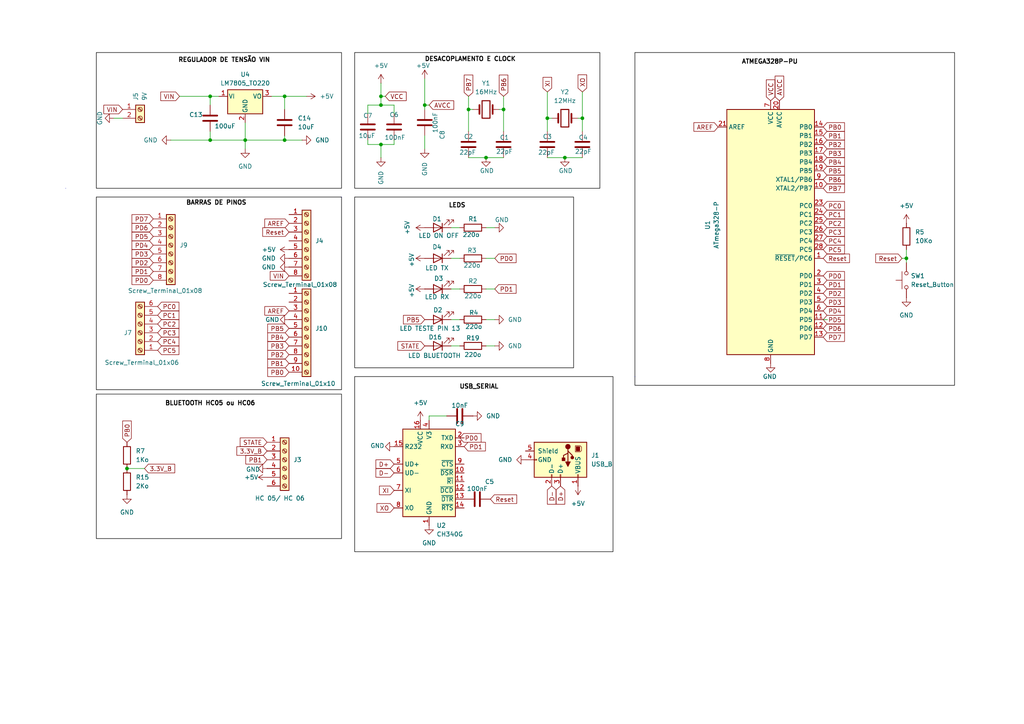
<source format=kicad_sch>
(kicad_sch (version 20250114) (generator "eeschema") (generator_version "9.0")
  (paper "A4")
  (lib_symbols
    (symbol "Connector:Screw_Terminal_01x02" (pin_names (offset 1.016) (hide yes))
      (property "Reference" "J" (at 0 2.54 0))
      (property "Value" "Screw_Terminal_01x02" (at 0 -5.08 0))
      (symbol "Screw_Terminal_01x02_1_1"
        (rectangle (start -1.27 1.27) (end 1.27 -3.81) (stroke (width 0.254)) (fill (type background)))
        (polyline (pts (xy -0.5334 0.3302) (xy 0.3302 -0.508)) (stroke (width 0.1524)))
        (polyline (pts (xy -0.5334 -2.2098) (xy 0.3302 -3.048)) (stroke (width 0.1524)))
        (polyline (pts (xy -0.3556 0.508) (xy 0.508 -0.3302)) (stroke (width 0.1524)))
        (polyline (pts (xy -0.3556 -2.032) (xy 0.508 -2.8702)) (stroke (width 0.1524)))
        (circle (center 0 0) (radius 0.635) (stroke (width 0.1524)))
        (circle (center 0 -2.54) (radius 0.635) (stroke (width 0.1524)))
        (pin passive line (at -5.08 0 0) (length 3.81) (name "Pin_1") (number "1"))
        (pin passive line (at -5.08 -2.54 0) (length 3.81) (name "Pin_2") (number "2"))
      )
    )
    (symbol "Connector:Screw_Terminal_01x06" (pin_names (offset 1.016) (hide yes))
      (property "Reference" "J" (at 0 7.62 0))
      (property "Value" "Screw_Terminal_01x06" (at 0 -10.16 0))
      (symbol "Screw_Terminal_01x06_1_1"
        (rectangle (start -1.27 6.35) (end 1.27 -8.89) (stroke (width 0.254)) (fill (type background)))
        (polyline (pts (xy -0.5334 5.4102) (xy 0.3302 4.572)) (stroke (width 0.1524)))
        (polyline (pts (xy -0.5334 2.8702) (xy 0.3302 2.032)) (stroke (width 0.1524)))
        (polyline (pts (xy -0.5334 0.3302) (xy 0.3302 -0.508)) (stroke (width 0.1524)))
        (polyline (pts (xy -0.5334 -2.2098) (xy 0.3302 -3.048)) (stroke (width 0.1524)))
        (polyline (pts (xy -0.5334 -4.7498) (xy 0.3302 -5.588)) (stroke (width 0.1524)))
        (polyline (pts (xy -0.5334 -7.2898) (xy 0.3302 -8.128)) (stroke (width 0.1524)))
        (polyline (pts (xy -0.3556 5.588) (xy 0.508 4.7498)) (stroke (width 0.1524)))
        (polyline (pts (xy -0.3556 3.048) (xy 0.508 2.2098)) (stroke (width 0.1524)))
        (polyline (pts (xy -0.3556 0.508) (xy 0.508 -0.3302)) (stroke (width 0.1524)))
        (polyline (pts (xy -0.3556 -2.032) (xy 0.508 -2.8702)) (stroke (width 0.1524)))
        (polyline (pts (xy -0.3556 -4.572) (xy 0.508 -5.4102)) (stroke (width 0.1524)))
        (polyline (pts (xy -0.3556 -7.112) (xy 0.508 -7.9502)) (stroke (width 0.1524)))
        (circle (center 0 5.08) (radius 0.635) (stroke (width 0.1524)))
        (circle (center 0 2.54) (radius 0.635) (stroke (width 0.1524)))
        (circle (center 0 0) (radius 0.635) (stroke (width 0.1524)))
        (circle (center 0 -2.54) (radius 0.635) (stroke (width 0.1524)))
        (circle (center 0 -5.08) (radius 0.635) (stroke (width 0.1524)))
        (circle (center 0 -7.62) (radius 0.635) (stroke (width 0.1524)))
        (pin passive line (at -5.08 5.08 0) (length 3.81) (name "Pin_1") (number "1"))
        (pin passive line (at -5.08 2.54 0) (length 3.81) (name "Pin_2") (number "2"))
        (pin passive line (at -5.08 0 0) (length 3.81) (name "Pin_3") (number "3"))
        (pin passive line (at -5.08 -2.54 0) (length 3.81) (name "Pin_4") (number "4"))
        (pin passive line (at -5.08 -5.08 0) (length 3.81) (name "Pin_5") (number "5"))
        (pin passive line (at -5.08 -7.62 0) (length 3.81) (name "Pin_6") (number "6"))
      )
    )
    (symbol "Connector:Screw_Terminal_01x08" (pin_names (offset 1.016) (hide yes))
      (property "Reference" "J" (at 0 10.16 0))
      (property "Value" "Screw_Terminal_01x08" (at 0 -12.7 0))
      (symbol "Screw_Terminal_01x08_1_1"
        (rectangle (start -1.27 8.89) (end 1.27 -11.43) (stroke (width 0.254)) (fill (type background)))
        (polyline (pts (xy -0.5334 7.9502) (xy 0.3302 7.112)) (stroke (width 0.1524)))
        (polyline (pts (xy -0.5334 5.4102) (xy 0.3302 4.572)) (stroke (width 0.1524)))
        (polyline (pts (xy -0.5334 2.8702) (xy 0.3302 2.032)) (stroke (width 0.1524)))
        (polyline (pts (xy -0.5334 0.3302) (xy 0.3302 -0.508)) (stroke (width 0.1524)))
        (polyline (pts (xy -0.5334 -2.2098) (xy 0.3302 -3.048)) (stroke (width 0.1524)))
        (polyline (pts (xy -0.5334 -4.7498) (xy 0.3302 -5.588)) (stroke (width 0.1524)))
        (polyline (pts (xy -0.5334 -7.2898) (xy 0.3302 -8.128)) (stroke (width 0.1524)))
        (polyline (pts (xy -0.5334 -9.8298) (xy 0.3302 -10.668)) (stroke (width 0.1524)))
        (polyline (pts (xy -0.3556 8.128) (xy 0.508 7.2898)) (stroke (width 0.1524)))
        (polyline (pts (xy -0.3556 5.588) (xy 0.508 4.7498)) (stroke (width 0.1524)))
        (polyline (pts (xy -0.3556 3.048) (xy 0.508 2.2098)) (stroke (width 0.1524)))
        (polyline (pts (xy -0.3556 0.508) (xy 0.508 -0.3302)) (stroke (width 0.1524)))
        (polyline (pts (xy -0.3556 -2.032) (xy 0.508 -2.8702)) (stroke (width 0.1524)))
        (polyline (pts (xy -0.3556 -4.572) (xy 0.508 -5.4102)) (stroke (width 0.1524)))
        (polyline (pts (xy -0.3556 -7.112) (xy 0.508 -7.9502)) (stroke (width 0.1524)))
        (polyline (pts (xy -0.3556 -9.652) (xy 0.508 -10.4902)) (stroke (width 0.1524)))
        (circle (center 0 7.62) (radius 0.635) (stroke (width 0.1524)))
        (circle (center 0 5.08) (radius 0.635) (stroke (width 0.1524)))
        (circle (center 0 2.54) (radius 0.635) (stroke (width 0.1524)))
        (circle (center 0 0) (radius 0.635) (stroke (width 0.1524)))
        (circle (center 0 -2.54) (radius 0.635) (stroke (width 0.1524)))
        (circle (center 0 -5.08) (radius 0.635) (stroke (width 0.1524)))
        (circle (center 0 -7.62) (radius 0.635) (stroke (width 0.1524)))
        (circle (center 0 -10.16) (radius 0.635) (stroke (width 0.1524)))
        (pin passive line (at -5.08 7.62 0) (length 3.81) (name "Pin_1") (number "1"))
        (pin passive line (at -5.08 5.08 0) (length 3.81) (name "Pin_2") (number "2"))
        (pin passive line (at -5.08 2.54 0) (length 3.81) (name "Pin_3") (number "3"))
        (pin passive line (at -5.08 0 0) (length 3.81) (name "Pin_4") (number "4"))
        (pin passive line (at -5.08 -2.54 0) (length 3.81) (name "Pin_5") (number "5"))
        (pin passive line (at -5.08 -5.08 0) (length 3.81) (name "Pin_6") (number "6"))
        (pin passive line (at -5.08 -7.62 0) (length 3.81) (name "Pin_7") (number "7"))
        (pin passive line (at -5.08 -10.16 0) (length 3.81) (name "Pin_8") (number "8"))
      )
    )
    (symbol "Connector:Screw_Terminal_01x10" (pin_names (offset 1.016) (hide yes))
      (property "Reference" "J" (at 0 12.7 0))
      (property "Value" "Screw_Terminal_01x10" (at 0 -15.24 0))
      (symbol "Screw_Terminal_01x10_1_1"
        (rectangle (start -1.27 11.43) (end 1.27 -13.97) (stroke (width 0.254)) (fill (type background)))
        (polyline (pts (xy -0.5334 10.4902) (xy 0.3302 9.652)) (stroke (width 0.1524)))
        (polyline (pts (xy -0.5334 7.9502) (xy 0.3302 7.112)) (stroke (width 0.1524)))
        (polyline (pts (xy -0.5334 5.4102) (xy 0.3302 4.572)) (stroke (width 0.1524)))
        (polyline (pts (xy -0.5334 2.8702) (xy 0.3302 2.032)) (stroke (width 0.1524)))
        (polyline (pts (xy -0.5334 0.3302) (xy 0.3302 -0.508)) (stroke (width 0.1524)))
        (polyline (pts (xy -0.5334 -2.2098) (xy 0.3302 -3.048)) (stroke (width 0.1524)))
        (polyline (pts (xy -0.5334 -4.7498) (xy 0.3302 -5.588)) (stroke (width 0.1524)))
        (polyline (pts (xy -0.5334 -7.2898) (xy 0.3302 -8.128)) (stroke (width 0.1524)))
        (polyline (pts (xy -0.5334 -9.8298) (xy 0.3302 -10.668)) (stroke (width 0.1524)))
        (polyline (pts (xy -0.5334 -12.3698) (xy 0.3302 -13.208)) (stroke (width 0.1524)))
        (polyline (pts (xy -0.3556 10.668) (xy 0.508 9.8298)) (stroke (width 0.1524)))
        (polyline (pts (xy -0.3556 8.128) (xy 0.508 7.2898)) (stroke (width 0.1524)))
        (polyline (pts (xy -0.3556 5.588) (xy 0.508 4.7498)) (stroke (width 0.1524)))
        (polyline (pts (xy -0.3556 3.048) (xy 0.508 2.2098)) (stroke (width 0.1524)))
        (polyline (pts (xy -0.3556 0.508) (xy 0.508 -0.3302)) (stroke (width 0.1524)))
        (polyline (pts (xy -0.3556 -2.032) (xy 0.508 -2.8702)) (stroke (width 0.1524)))
        (polyline (pts (xy -0.3556 -4.572) (xy 0.508 -5.4102)) (stroke (width 0.1524)))
        (polyline (pts (xy -0.3556 -7.112) (xy 0.508 -7.9502)) (stroke (width 0.1524)))
        (polyline (pts (xy -0.3556 -9.652) (xy 0.508 -10.4902)) (stroke (width 0.1524)))
        (polyline (pts (xy -0.3556 -12.192) (xy 0.508 -13.0302)) (stroke (width 0.1524)))
        (circle (center 0 10.16) (radius 0.635) (stroke (width 0.1524)))
        (circle (center 0 7.62) (radius 0.635) (stroke (width 0.1524)))
        (circle (center 0 5.08) (radius 0.635) (stroke (width 0.1524)))
        (circle (center 0 2.54) (radius 0.635) (stroke (width 0.1524)))
        (circle (center 0 0) (radius 0.635) (stroke (width 0.1524)))
        (circle (center 0 -2.54) (radius 0.635) (stroke (width 0.1524)))
        (circle (center 0 -5.08) (radius 0.635) (stroke (width 0.1524)))
        (circle (center 0 -7.62) (radius 0.635) (stroke (width 0.1524)))
        (circle (center 0 -10.16) (radius 0.635) (stroke (width 0.1524)))
        (circle (center 0 -12.7) (radius 0.635) (stroke (width 0.1524)))
        (pin passive line (at -5.08 10.16 0) (length 3.81) (name "Pin_1") (number "1"))
        (pin passive line (at -5.08 7.62 0) (length 3.81) (name "Pin_2") (number "2"))
        (pin passive line (at -5.08 5.08 0) (length 3.81) (name "Pin_3") (number "3"))
        (pin passive line (at -5.08 2.54 0) (length 3.81) (name "Pin_4") (number "4"))
        (pin passive line (at -5.08 0 0) (length 3.81) (name "Pin_5") (number "5"))
        (pin passive line (at -5.08 -2.54 0) (length 3.81) (name "Pin_6") (number "6"))
        (pin passive line (at -5.08 -5.08 0) (length 3.81) (name "Pin_7") (number "7"))
        (pin passive line (at -5.08 -7.62 0) (length 3.81) (name "Pin_8") (number "8"))
        (pin passive line (at -5.08 -10.16 0) (length 3.81) (name "Pin_9") (number "9"))
        (pin passive line (at -5.08 -12.7 0) (length 3.81) (name "Pin_10") (number "10"))
      )
    )
    (symbol "Connector:USB_B" (pin_names (offset 1.016))
      (property "Reference" "J" (at -5.08 11.43 0))
      (property "Value" "USB_B" (at -5.08 8.89 0))
      (symbol "USB_B_0_1"
        (rectangle (start -5.08 -7.62) (end 5.08 7.62) (stroke (width 0.254)) (fill (type background)))
        (polyline (pts (xy -4.064 4.318) (xy -2.286 4.318) (xy -2.286 5.715) (xy -2.667 6.096) (xy -3.683 6.096) (xy -4.064 5.715) (xy -4.064 4.318)))
        (rectangle (start -3.81 5.588) (end -2.54 4.572) (fill (type outline)))
        (circle (center -3.81 2.159) (radius 0.635) (stroke (width 0.254)) (fill (type outline)))
        (polyline (pts (xy -3.175 2.159) (xy -2.54 2.159) (xy -1.27 3.429) (xy -0.635 3.429)) (stroke (width 0.254)))
        (polyline (pts (xy -2.54 2.159) (xy -1.905 2.159) (xy -1.27 0.889) (xy 0 0.889)) (stroke (width 0.254)))
        (polyline (pts (xy -1.905 2.159) (xy 0.635 2.159)) (stroke (width 0.254)))
        (circle (center -0.635 3.429) (radius 0.381) (stroke (width 0.254)) (fill (type outline)))
        (rectangle (start -0.127 -7.62) (end 0.127 -6.858))
        (rectangle (start 0.254 1.27) (end -0.508 0.508) (stroke (width 0.254)) (fill (type outline)))
        (polyline (pts (xy 0.635 2.794) (xy 0.635 1.524) (xy 1.905 2.159) (xy 0.635 2.794)) (stroke (width 0.254)) (fill (type outline)))
        (rectangle (start 5.08 4.953) (end 4.318 5.207))
        (rectangle (start 5.08 -0.127) (end 4.318 0.127))
        (rectangle (start 5.08 -2.667) (end 4.318 -2.413))
      )
      (symbol "USB_B_1_1"
        (pin passive line (at -2.54 -10.16 90) (length 2.54) (name "Shield") (number "5"))
        (pin power_out line (at 0 -10.16 90) (length 2.54) (name "GND") (number "4"))
        (pin power_out line (at 7.62 5.08 180) (length 2.54) (name "VBUS") (number "1"))
        (pin bidirectional line (at 7.62 0 180) (length 2.54) (name "D+") (number "3"))
        (pin bidirectional line (at 7.62 -2.54 180) (length 2.54) (name "D-") (number "2"))
      )
    )
    (symbol "Device:C" (pin_numbers (hide yes)) (pin_names (offset 0.254))
      (property "Reference" "C" (at 0.635 2.54 0))
      (property "Value" "C" (at 0.635 -2.54 0))
      (symbol "C_0_1"
        (polyline (pts (xy -2.032 0.762) (xy 2.032 0.762)) (stroke (width 0.508)))
        (polyline (pts (xy -2.032 -0.762) (xy 2.032 -0.762)) (stroke (width 0.508)))
      )
      (symbol "C_1_1"
        (pin passive line (at 0 3.81 270) (length 2.794) (name "~") (number "1"))
        (pin passive line (at 0 -3.81 90) (length 2.794) (name "~") (number "2"))
      )
    )
    (symbol "Device:Crystal" (pin_numbers (hide yes)) (pin_names (offset 1.016) (hide yes))
      (property "Reference" "Y" (at 0 3.81 0))
      (property "Value" "Crystal" (at 0 -3.81 0))
      (symbol "Crystal_0_1"
        (polyline (pts (xy -2.54 0) (xy -1.905 0)))
        (polyline (pts (xy -1.905 -1.27) (xy -1.905 1.27)) (stroke (width 0.508)))
        (rectangle (start -1.143 2.54) (end 1.143 -2.54) (stroke (width 0.3048)))
        (polyline (pts (xy 1.905 -1.27) (xy 1.905 1.27)) (stroke (width 0.508)))
        (polyline (pts (xy 2.54 0) (xy 1.905 0)))
      )
      (symbol "Crystal_1_1"
        (pin passive line (at -3.81 0 0) (length 1.27) (name "1") (number "1"))
        (pin passive line (at 3.81 0 180) (length 1.27) (name "2") (number "2"))
      )
    )
    (symbol "Device:LED" (pin_numbers (hide yes)) (pin_names (offset 1.016) (hide yes))
      (property "Reference" "D" (at 0 2.54 0))
      (property "Value" "LED" (at 0 -2.54 0))
      (symbol "LED_0_1"
        (polyline (pts (xy -3.048 -0.762) (xy -4.572 -2.286) (xy -3.81 -2.286) (xy -4.572 -2.286) (xy -4.572 -1.524)))
        (polyline (pts (xy -1.778 -0.762) (xy -3.302 -2.286) (xy -2.54 -2.286) (xy -3.302 -2.286) (xy -3.302 -1.524)))
        (polyline (pts (xy -1.27 0) (xy 1.27 0)))
        (polyline (pts (xy -1.27 -1.27) (xy -1.27 1.27)) (stroke (width 0.254)))
        (polyline (pts (xy 1.27 -1.27) (xy 1.27 1.27) (xy -1.27 0) (xy 1.27 -1.27)) (stroke (width 0.254)))
      )
      (symbol "LED_1_1"
        (pin passive line (at -3.81 0 0) (length 2.54) (name "K") (number "1"))
        (pin passive line (at 3.81 0 180) (length 2.54) (name "A") (number "2"))
      )
    )
    (symbol "Device:R" (pin_numbers (hide yes)) (pin_names (offset 0))
      (property "Reference" "R" (at 2.032 0 90))
      (property "Value" "R" (at 0 0 90))
      (symbol "R_0_1"
        (rectangle (start -1.016 -2.54) (end 1.016 2.54) (stroke (width 0.254)))
      )
      (symbol "R_1_1"
        (pin passive line (at 0 3.81 270) (length 1.27) (name "~") (number "1"))
        (pin passive line (at 0 -3.81 90) (length 1.27) (name "~") (number "2"))
      )
    )
    (symbol "Interface_USB:CH340G"
      (property "Reference" "U" (at -5.08 13.97 0))
      (property "Value" "CH340G" (at 1.27 13.97 0))
      (symbol "CH340G_0_1"
        (rectangle (start -7.62 12.7) (end 7.62 -12.7) (stroke (width 0.254)) (fill (type background)))
      )
      (symbol "CH340G_1_1"
        (pin input line (at -10.16 7.62 0) (length 2.54) (name "R232") (number "15"))
        (pin bidirectional line (at -10.16 2.54 0) (length 2.54) (name "UD+") (number "5"))
        (pin bidirectional line (at -10.16 0 0) (length 2.54) (name "UD-") (number "6"))
        (pin input line (at -10.16 -5.08 0) (length 2.54) (name "XI") (number "7"))
        (pin output line (at -10.16 -10.16 0) (length 2.54) (name "XO") (number "8"))
        (pin power_in line (at -2.54 15.24 270) (length 2.54) (name "VCC") (number "16"))
        (pin power_out line (at 0 15.24 270) (length 2.54) (name "V3") (number "4"))
        (pin power_in line (at 0 -15.24 90) (length 2.54) (name "GND") (number "1"))
        (pin output line (at 10.16 10.16 180) (length 2.54) (name "TXD") (number "2"))
        (pin input line (at 10.16 7.62 180) (length 2.54) (name "RXD") (number "3"))
        (pin input line (at 10.16 2.54 180) (length 2.54) (name "~{CTS}") (number "9"))
        (pin input line (at 10.16 0 180) (length 2.54) (name "~{DSR}") (number "10"))
        (pin input line (at 10.16 -2.54 180) (length 2.54) (name "~{RI}") (number "11"))
        (pin input line (at 10.16 -5.08 180) (length 2.54) (name "~{DCD}") (number "12"))
        (pin output line (at 10.16 -7.62 180) (length 2.54) (name "~{DTR}") (number "13"))
        (pin output line (at 10.16 -10.16 180) (length 2.54) (name "~{RTS}") (number "14"))
      )
    )
    (symbol "MCU_Microchip_ATmega:ATmega328-P"
      (property "Reference" "U" (at -12.7 36.83 0))
      (property "Value" "ATmega328-P" (at 2.54 -36.83 0))
      (symbol "ATmega328-P_0_1"
        (rectangle (start -12.7 -35.56) (end 12.7 35.56) (stroke (width 0.254)) (fill (type background)))
      )
      (symbol "ATmega328-P_1_1"
        (pin passive line (at -15.24 30.48 0) (length 2.54) (name "AREF") (number "21"))
        (pin power_in line (at 0 38.1 270) (length 2.54) (name "VCC") (number "7"))
        (pin passive line (at 0 -38.1 90) (length 2.54) (hide yes) (name "GND") (number "22"))
        (pin power_in line (at 0 -38.1 90) (length 2.54) (name "GND") (number "8"))
        (pin power_in line (at 2.54 38.1 270) (length 2.54) (name "AVCC") (number "20"))
        (pin bidirectional line (at 15.24 30.48 180) (length 2.54) (name "PB0") (number "14"))
        (pin bidirectional line (at 15.24 27.94 180) (length 2.54) (name "PB1") (number "15"))
        (pin bidirectional line (at 15.24 25.4 180) (length 2.54) (name "PB2") (number "16"))
        (pin bidirectional line (at 15.24 22.86 180) (length 2.54) (name "PB3") (number "17"))
        (pin bidirectional line (at 15.24 20.32 180) (length 2.54) (name "PB4") (number "18"))
        (pin bidirectional line (at 15.24 17.78 180) (length 2.54) (name "PB5") (number "19"))
        (pin bidirectional line (at 15.24 15.24 180) (length 2.54) (name "XTAL1/PB6") (number "9"))
        (pin bidirectional line (at 15.24 12.7 180) (length 2.54) (name "XTAL2/PB7") (number "10"))
        (pin bidirectional line (at 15.24 7.62 180) (length 2.54) (name "PC0") (number "23"))
        (pin bidirectional line (at 15.24 5.08 180) (length 2.54) (name "PC1") (number "24"))
        (pin bidirectional line (at 15.24 2.54 180) (length 2.54) (name "PC2") (number "25"))
        (pin bidirectional line (at 15.24 0 180) (length 2.54) (name "PC3") (number "26"))
        (pin bidirectional line (at 15.24 -2.54 180) (length 2.54) (name "PC4") (number "27"))
        (pin bidirectional line (at 15.24 -5.08 180) (length 2.54) (name "PC5") (number "28"))
        (pin bidirectional line (at 15.24 -7.62 180) (length 2.54) (name "~{RESET}/PC6") (number "1"))
        (pin bidirectional line (at 15.24 -12.7 180) (length 2.54) (name "PD0") (number "2"))
        (pin bidirectional line (at 15.24 -15.24 180) (length 2.54) (name "PD1") (number "3"))
        (pin bidirectional line (at 15.24 -17.78 180) (length 2.54) (name "PD2") (number "4"))
        (pin bidirectional line (at 15.24 -20.32 180) (length 2.54) (name "PD3") (number "5"))
        (pin bidirectional line (at 15.24 -22.86 180) (length 2.54) (name "PD4") (number "6"))
        (pin bidirectional line (at 15.24 -25.4 180) (length 2.54) (name "PD5") (number "11"))
        (pin bidirectional line (at 15.24 -27.94 180) (length 2.54) (name "PD6") (number "12"))
        (pin bidirectional line (at 15.24 -30.48 180) (length 2.54) (name "PD7") (number "13"))
      )
    )
    (symbol "Regulator_Linear:LM7805_TO220" (pin_names (offset 0.254))
      (property "Reference" "U" (at -3.81 3.175 0))
      (property "Value" "LM7805_TO220" (at 0 3.175 0))
      (symbol "LM7805_TO220_0_1"
        (rectangle (start -5.08 1.905) (end 5.08 -5.08) (stroke (width 0.254)) (fill (type background)))
      )
      (symbol "LM7805_TO220_1_1"
        (pin power_in line (at -7.62 0 0) (length 2.54) (name "VI") (number "1"))
        (pin power_in line (at 0 -7.62 90) (length 2.54) (name "GND") (number "2"))
        (pin power_out line (at 7.62 0 180) (length 2.54) (name "VO") (number "3"))
      )
    )
    (symbol "Switch:SW_Push" (pin_numbers (hide yes)) (pin_names (offset 1.016) (hide yes))
      (property "Reference" "SW" (at 1.27 2.54 0))
      (property "Value" "SW_Push" (at 0 -1.524 0))
      (symbol "SW_Push_0_1"
        (circle (center -2.032 0) (radius 0.508))
        (polyline (pts (xy 0 1.27) (xy 0 3.048)))
        (circle (center 2.032 0) (radius 0.508))
        (polyline (pts (xy 2.54 1.27) (xy -2.54 1.27)))
        (pin passive line (at -5.08 0 0) (length 2.54) (name "1") (number "1"))
        (pin passive line (at 5.08 0 180) (length 2.54) (name "2") (number "2"))
      )
    )
    (symbol "power:+5V" (power) (pin_numbers (hide yes)) (pin_names (offset 0) (hide yes))
      (property "Value" "+5V" (at 0 3.556 0))
      (symbol "+5V_0_1"
        (polyline (pts (xy -0.762 1.27) (xy 0 2.54)))
        (polyline (pts (xy 0 2.54) (xy 0.762 1.27)))
        (polyline (pts (xy 0 0) (xy 0 2.54)))
      )
      (symbol "+5V_1_1"
        (pin power_in line (at 0 0 90) (length 0) (name "~") (number "1"))
      )
    )
    (symbol "power:GND" (power) (pin_numbers (hide yes)) (pin_names (offset 0) (hide yes))
      (property "Value" "GND" (at 0 -3.81 0))
      (symbol "GND_0_1"
        (polyline (pts (xy 0 0) (xy 0 -1.27) (xy 1.27 -1.27) (xy 0 -2.54) (xy -1.27 -1.27) (xy 0 -1.27)))
      )
      (symbol "GND_1_1"
        (pin power_in line (at 0 0 270) (length 0) (name "~") (number "1"))
      )
    )
  )
  (rectangle (start 99.06 57.15) (end 99.06 57.15))
  (rectangle (start 102.87 15.24) (end 173.99 54.61) (stroke (width 0) (color 0 0 0 1)))
  (rectangle (start 102.87 57.15) (end 166.37 106.68) (stroke (width 0) (color 0 0 0 1)))
  (rectangle (start 27.94 57.15) (end 99.06 113.03) (stroke (width 0) (color 0 0 0 1)))
  (rectangle (start 102.87 109.22) (end 177.8 160.02) (stroke (width 0) (color 0 0 0 1)))
  (rectangle (start 27.94 15.24) (end 99.06 54.61) (stroke (width 0) (color 0 0 0 1)))
  (rectangle (start 19.05 54.61) (end 19.05 54.61))
  (rectangle (start 184.15 109.22) (end 184.15 109.22))
  (rectangle (start 184.15 15.24) (end 276.86 111.76) (stroke (width 0) (color 0 0 0 1)))
  (rectangle (start 27.94 114.3) (end 99.06 156.21) (stroke (width 0) (color 0 0 0 1)))
  (text "ATMEGA328P-PU" (at 223.266 18.034 0) (effects (font (size 1.27 1.27) (thickness 0.254) (bold yes))))
  (text "BLUETOOTH HC05 ou HC06\n" (at 60.96 117.094 0) (effects (font (size 1.27 1.27) (thickness 0.254) (bold yes))))
  (text "REGULADOR DE TENSÃO VIN" (at 65.024 17.526 0) (effects (font (size 1.27 1.27) (thickness 0.254) (bold yes))))
  (text "DESACOPLAMENTO E CLOCK" (at 136.398 17.272 0) (effects (font (size 1.27 1.27) (thickness 0.254) (bold yes))))
  (text "LEDS\n" (at 132.588 59.69 0) (effects (font (size 1.27 1.27) (thickness 0.254) (bold yes))))
  (text "USB_SERIAL\n" (at 138.938 112.268 0) (effects (font (size 1.27 1.27) (thickness 0.254) (bold yes))))
  (text "BARRAS DE PINOS" (at 62.738 58.928 0) (effects (font (size 1.27 1.27) (thickness 0.254) (bold yes))))
  (junction (at 123.19 30.48))
  (junction (at 110.49 41.91))
  (junction (at 82.55 27.94))
  (junction (at 135.89 31.75))
  (junction (at 110.49 27.94))
  (junction (at 60.96 40.64))
  (junction (at 60.96 27.94))
  (junction (at 146.05 31.75))
  (junction (at 82.55 40.64))
  (junction (at 262.89 74.93))
  (junction (at 158.75 34.29))
  (junction (at 71.12 40.64))
  (junction (at 163.83 45.72))
  (junction (at 168.91 34.29))
  (junction (at 140.97 45.72))
  (junction (at 36.83 135.89))
  (junction (at 110.49 30.48))
  (wire (pts (xy 140.97 83.82) (xy 143.51 83.82)))
  (wire (pts (xy 135.89 31.75) (xy 135.89 27.94)))
  (wire (pts (xy 82.55 40.64) (xy 87.63 40.64)))
  (wire (pts (xy 114.3 41.91) (xy 114.3 40.64)))
  (wire (pts (xy 135.89 31.75) (xy 135.89 38.1)))
  (wire (pts (xy 158.75 45.72) (xy 163.83 45.72)))
  (wire (pts (xy 262.89 72.39) (xy 262.89 74.93)))
  (wire (pts (xy 36.83 135.89) (xy 41.91 135.89)))
  (wire (pts (xy 140.97 92.71) (xy 143.51 92.71)))
  (wire (pts (xy 130.81 92.71) (xy 133.35 92.71)))
  (wire (pts (xy 49.53 40.64) (xy 60.96 40.64)))
  (wire (pts (xy 123.19 30.48) (xy 123.19 31.75)))
  (wire (pts (xy 110.49 41.91) (xy 114.3 41.91)))
  (wire (pts (xy 110.49 41.91) (xy 106.68 41.91)))
  (wire (pts (xy 60.96 40.64) (xy 60.96 38.1)))
  (wire (pts (xy 71.12 40.64) (xy 82.55 40.64)))
  (wire (pts (xy 60.96 40.64) (xy 71.12 40.64)))
  (wire (pts (xy 129.54 120.65) (xy 124.46 120.65)))
  (wire (pts (xy 146.05 31.75) (xy 146.05 38.1)))
  (wire (pts (xy 82.55 27.94) (xy 82.55 31.75)))
  (wire (pts (xy 158.75 26.67) (xy 158.75 34.29)))
  (wire (pts (xy 110.49 30.48) (xy 114.3 30.48)))
  (wire (pts (xy 110.49 24.13) (xy 110.49 27.94)))
  (wire (pts (xy 124.46 120.65) (xy 124.46 121.92)))
  (wire (pts (xy 146.05 31.75) (xy 144.78 31.75)))
  (wire (pts (xy 82.55 40.64) (xy 82.55 39.37)))
  (wire (pts (xy 52.07 27.94) (xy 60.96 27.94)))
  (wire (pts (xy 168.91 34.29) (xy 168.91 38.1)))
  (wire (pts (xy 110.49 45.72) (xy 110.49 41.91)))
  (wire (pts (xy 130.81 100.33) (xy 133.35 100.33)))
  (wire (pts (xy 140.97 74.93) (xy 143.51 74.93)))
  (wire (pts (xy 106.68 33.02) (xy 106.68 30.48)))
  (wire (pts (xy 240.03 92.71) (xy 238.76 92.71)))
  (wire (pts (xy 130.81 83.82) (xy 133.35 83.82)))
  (wire (pts (xy 140.97 66.04) (xy 143.51 66.04)))
  (wire (pts (xy 123.19 39.37) (xy 123.19 43.18)))
  (wire (pts (xy 261.62 74.93) (xy 262.89 74.93)))
  (wire (pts (xy 106.68 41.91) (xy 106.68 40.64)))
  (wire (pts (xy 33.02 34.29) (xy 35.56 34.29)))
  (wire (pts (xy 140.97 45.72) (xy 135.89 45.72)))
  (wire (pts (xy 114.3 30.48) (xy 114.3 33.02)))
  (wire (pts (xy 106.68 30.48) (xy 110.49 30.48)))
  (wire (pts (xy 130.81 74.93) (xy 133.35 74.93)))
  (wire (pts (xy 124.46 30.48) (xy 123.19 30.48)))
  (wire (pts (xy 71.12 40.64) (xy 71.12 43.18)))
  (wire (pts (xy 82.55 27.94) (xy 88.9 27.94)))
  (wire (pts (xy 160.02 34.29) (xy 158.75 34.29)))
  (wire (pts (xy 111.76 27.94) (xy 110.49 27.94)))
  (wire (pts (xy 130.81 66.04) (xy 133.35 66.04)))
  (wire (pts (xy 123.19 22.86) (xy 123.19 30.48)))
  (wire (pts (xy 110.49 27.94) (xy 110.49 30.48)))
  (wire (pts (xy 163.83 45.72) (xy 168.91 45.72)))
  (wire (pts (xy 168.91 26.67) (xy 168.91 34.29)))
  (wire (pts (xy 60.96 27.94) (xy 63.5 27.94)))
  (wire (pts (xy 140.97 100.33) (xy 143.51 100.33)))
  (wire (pts (xy 137.16 31.75) (xy 135.89 31.75)))
  (wire (pts (xy 60.96 27.94) (xy 60.96 30.48)))
  (wire (pts (xy 262.89 74.93) (xy 262.89 76.2)))
  (wire (pts (xy 146.05 31.75) (xy 146.05 27.94)))
  (wire (pts (xy 71.12 35.56) (xy 71.12 40.64)))
  (wire (pts (xy 158.75 34.29) (xy 158.75 38.1)))
  (wire (pts (xy 146.05 45.72) (xy 140.97 45.72)))
  (wire (pts (xy 167.64 34.29) (xy 168.91 34.29)))
  (wire (pts (xy 78.74 27.94) (xy 82.55 27.94)))
  (global_label "PD6" (shape input) (at 238.76 95.25 0) (property "Intersheetrefs" "${INTERSHEET_REFS}" (effects (hide yes))))
  (global_label "PB3" (shape input) (at 83.82 100.33 180) (property "Intersheetrefs" "${INTERSHEET_REFS}" (effects (hide yes))))
  (global_label "PD7" (shape input) (at 238.76 97.79 0) (property "Intersheetrefs" "${INTERSHEET_REFS}" (effects (hide yes))))
  (global_label "3.3V_B" (shape input) (at 77.47 130.81 180) (property "Intersheetrefs" "${INTERSHEET_REFS}" (effects (hide yes))))
  (global_label "PB6" (shape input) (at 146.05 27.94 90) (effects (font (thickness 0.1588))) (property "Intersheetrefs" "${INTERSHEET_REFS}" (effects (hide yes))))
  (global_label "PD2" (shape input) (at 238.76 85.09 0) (property "Intersheetrefs" "${INTERSHEET_REFS}" (effects (hide yes))))
  (global_label "PB7" (shape input) (at 238.76 54.61 0) (effects (font (thickness 0.1588))) (property "Intersheetrefs" "${INTERSHEET_REFS}" (effects (hide yes))))
  (global_label "PB7" (shape input) (at 135.89 27.94 90) (effects (font (thickness 0.1588))) (property "Intersheetrefs" "${INTERSHEET_REFS}" (effects (hide yes))))
  (global_label "PB2" (shape input) (at 83.82 102.87 180) (property "Intersheetrefs" "${INTERSHEET_REFS}" (effects (hide yes))))
  (global_label "PD0" (shape input) (at 133.35 127 0) (property "Intersheetrefs" "${INTERSHEET_REFS}" (effects (hide yes))))
  (global_label "D-" (shape input) (at 114.3 137.16 180) (property "Intersheetrefs" "${INTERSHEET_REFS}" (effects (hide yes))))
  (global_label "PD5" (shape input) (at 238.76 92.71 0) (property "Intersheetrefs" "${INTERSHEET_REFS}" (effects (hide yes))))
  (global_label "PD1" (shape input) (at 134.62 129.54 0) (property "Intersheetrefs" "${INTERSHEET_REFS}" (effects (hide yes))))
  (global_label "PB1" (shape input) (at 77.47 133.35 180) (property "Intersheetrefs" "${INTERSHEET_REFS}" (effects (hide yes))))
  (global_label "AREF" (shape input) (at 208.28 36.83 180) (property "Intersheetrefs" "${INTERSHEET_REFS}" (effects (hide yes))))
  (global_label "AREF" (shape input) (at 83.82 90.17 180) (property "Intersheetrefs" "${INTERSHEET_REFS}" (effects (hide yes))))
  (global_label "VCC" (shape input) (at 223.52 29.21 90) (effects (font (thickness 0.1588))) (property "Intersheetrefs" "${INTERSHEET_REFS}" (effects (hide yes))))
  (global_label "PB5" (shape input) (at 83.82 95.25 180) (property "Intersheetrefs" "${INTERSHEET_REFS}" (effects (hide yes))))
  (global_label "PC1" (shape input) (at 45.72 91.44 0) (property "Intersheetrefs" "${INTERSHEET_REFS}" (effects (hide yes))))
  (global_label "Reset" (shape input) (at 261.62 74.93 180) (property "Intersheetrefs" "${INTERSHEET_REFS}" (effects (hide yes))))
  (global_label "PB6" (shape input) (at 238.76 52.07 0) (effects (font (thickness 0.1588))) (property "Intersheetrefs" "${INTERSHEET_REFS}" (effects (hide yes))))
  (global_label "PC1" (shape input) (at 238.76 62.23 0) (property "Intersheetrefs" "${INTERSHEET_REFS}" (effects (hide yes))))
  (global_label "STATE" (shape input) (at 123.19 100.33 180) (property "Intersheetrefs" "${INTERSHEET_REFS}" (effects (hide yes))))
  (global_label "3.3V_B" (shape input) (at 41.91 135.89 0) (property "Intersheetrefs" "${INTERSHEET_REFS}" (effects (hide yes))))
  (global_label "PB0" (shape input) (at 83.82 107.95 180) (property "Intersheetrefs" "${INTERSHEET_REFS}" (effects (hide yes))))
  (global_label "PB5" (shape input) (at 238.76 49.53 0) (property "Intersheetrefs" "${INTERSHEET_REFS}" (effects (hide yes))))
  (global_label "PD4" (shape input) (at 238.76 90.17 0) (property "Intersheetrefs" "${INTERSHEET_REFS}" (effects (hide yes))))
  (global_label "AREF" (shape input) (at 83.82 64.77 180) (property "Intersheetrefs" "${INTERSHEET_REFS}" (effects (hide yes))))
  (global_label "VIN" (shape input) (at 83.82 80.01 180) (property "Intersheetrefs" "${INTERSHEET_REFS}" (effects (hide yes))))
  (global_label "VIN" (shape input) (at 52.07 27.94 180) (property "Intersheetrefs" "${INTERSHEET_REFS}" (effects (hide yes))))
  (global_label "PB0" (shape input) (at 36.83 128.27 90) (property "Intersheetrefs" "${INTERSHEET_REFS}" (effects (hide yes))))
  (global_label "PB3" (shape input) (at 238.76 44.45 0) (property "Intersheetrefs" "${INTERSHEET_REFS}" (effects (hide yes))))
  (global_label "Reset" (shape input) (at 238.76 74.93 0) (property "Intersheetrefs" "${INTERSHEET_REFS}" (effects (hide yes))))
  (global_label "PC2" (shape input) (at 238.76 64.77 0) (property "Intersheetrefs" "${INTERSHEET_REFS}" (effects (hide yes))))
  (global_label "D-" (shape input) (at 160.02 140.97 270) (property "Intersheetrefs" "${INTERSHEET_REFS}" (effects (hide yes))))
  (global_label "PB0" (shape input) (at 238.76 36.83 0) (property "Intersheetrefs" "${INTERSHEET_REFS}" (effects (hide yes))))
  (global_label "XI" (shape input) (at 158.75 26.67 90) (property "Intersheetrefs" "${INTERSHEET_REFS}" (effects (hide yes))))
  (global_label "PD5" (shape input) (at 44.45 68.58 180) (property "Intersheetrefs" "${INTERSHEET_REFS}" (effects (hide yes))))
  (global_label "PD6" (shape input) (at 44.45 66.04 180) (property "Intersheetrefs" "${INTERSHEET_REFS}" (effects (hide yes))))
  (global_label "D+" (shape input) (at 162.56 140.97 270) (property "Intersheetrefs" "${INTERSHEET_REFS}" (effects (hide yes))))
  (global_label "STATE" (shape input) (at 77.47 128.27 180) (property "Intersheetrefs" "${INTERSHEET_REFS}" (effects (hide yes))))
  (global_label "PC2" (shape input) (at 45.72 93.98 0) (property "Intersheetrefs" "${INTERSHEET_REFS}" (effects (hide yes))))
  (global_label "PC5" (shape input) (at 238.76 72.39 0) (property "Intersheetrefs" "${INTERSHEET_REFS}" (effects (hide yes))))
  (global_label "AVCC" (shape input) (at 124.46 30.48 0) (effects (font (thickness 0.1588))) (property "Intersheetrefs" "${INTERSHEET_REFS}" (effects (hide yes))))
  (global_label "PC0" (shape input) (at 238.76 59.69 0) (property "Intersheetrefs" "${INTERSHEET_REFS}" (effects (hide yes))))
  (global_label "Reset" (shape input) (at 142.24 144.78 0) (property "Intersheetrefs" "${INTERSHEET_REFS}" (effects (hide yes))))
  (global_label "PC3" (shape input) (at 238.76 67.31 0) (property "Intersheetrefs" "${INTERSHEET_REFS}" (effects (hide yes))))
  (global_label "D+" (shape input) (at 114.3 134.62 180) (property "Intersheetrefs" "${INTERSHEET_REFS}" (effects (hide yes))))
  (global_label "PB1" (shape input) (at 238.76 39.37 0) (property "Intersheetrefs" "${INTERSHEET_REFS}" (effects (hide yes))))
  (global_label "PD2" (shape input) (at 44.45 76.2 180) (property "Intersheetrefs" "${INTERSHEET_REFS}" (effects (hide yes))))
  (global_label "VIN" (shape input) (at 35.56 31.75 180) (property "Intersheetrefs" "${INTERSHEET_REFS}" (effects (hide yes))))
  (global_label "PD1" (shape input) (at 44.45 78.74 180) (property "Intersheetrefs" "${INTERSHEET_REFS}" (effects (hide yes))))
  (global_label "PB5" (shape input) (at 123.19 92.71 180) (property "Intersheetrefs" "${INTERSHEET_REFS}" (effects (hide yes))))
  (global_label "PD0" (shape input) (at 143.51 74.93 0) (property "Intersheetrefs" "${INTERSHEET_REFS}" (effects (hide yes))))
  (global_label "PC5" (shape input) (at 45.72 101.6 0) (property "Intersheetrefs" "${INTERSHEET_REFS}" (effects (hide yes))))
  (global_label "PC0" (shape input) (at 45.72 88.9 0) (property "Intersheetrefs" "${INTERSHEET_REFS}" (effects (hide yes))))
  (global_label "VCC" (shape input) (at 111.76 27.94 0) (effects (font (thickness 0.1588))) (property "Intersheetrefs" "${INTERSHEET_REFS}" (effects (hide yes))))
  (global_label "PB4" (shape input) (at 83.82 97.79 180) (property "Intersheetrefs" "${INTERSHEET_REFS}" (effects (hide yes))))
  (global_label "AVCC" (shape input) (at 226.06 29.21 90) (effects (font (thickness 0.1588))) (property "Intersheetrefs" "${INTERSHEET_REFS}" (effects (hide yes))))
  (global_label "XI" (shape input) (at 114.3 142.24 180) (property "Intersheetrefs" "${INTERSHEET_REFS}" (effects (hide yes))))
  (global_label "PD1" (shape input) (at 238.76 82.55 0) (property "Intersheetrefs" "${INTERSHEET_REFS}" (effects (hide yes))))
  (global_label "PD3" (shape input) (at 44.45 73.66 180) (property "Intersheetrefs" "${INTERSHEET_REFS}" (effects (hide yes))))
  (global_label "PC4" (shape input) (at 45.72 99.06 0) (property "Intersheetrefs" "${INTERSHEET_REFS}" (effects (hide yes))))
  (global_label "PD1" (shape input) (at 143.51 83.82 0) (property "Intersheetrefs" "${INTERSHEET_REFS}" (effects (hide yes))))
  (global_label "Reset" (shape input) (at 83.82 67.31 180) (property "Intersheetrefs" "${INTERSHEET_REFS}" (effects (hide yes))))
  (global_label "PB4" (shape input) (at 238.76 46.99 0) (property "Intersheetrefs" "${INTERSHEET_REFS}" (effects (hide yes))))
  (global_label "PD4" (shape input) (at 44.45 71.12 180) (property "Intersheetrefs" "${INTERSHEET_REFS}" (effects (hide yes))))
  (global_label "XO" (shape input) (at 114.3 147.32 180) (property "Intersheetrefs" "${INTERSHEET_REFS}" (effects (hide yes))))
  (global_label "PD7" (shape input) (at 44.45 63.5 180) (property "Intersheetrefs" "${INTERSHEET_REFS}" (effects (hide yes))))
  (global_label "PD3" (shape input) (at 238.76 87.63 0) (property "Intersheetrefs" "${INTERSHEET_REFS}" (effects (hide yes))))
  (global_label "PC3" (shape input) (at 45.72 96.52 0) (property "Intersheetrefs" "${INTERSHEET_REFS}" (effects (hide yes))))
  (global_label "PB2" (shape input) (at 238.76 41.91 0) (property "Intersheetrefs" "${INTERSHEET_REFS}" (effects (hide yes))))
  (global_label "PD0" (shape input) (at 44.45 81.28 180) (property "Intersheetrefs" "${INTERSHEET_REFS}" (effects (hide yes))))
  (global_label "PB1" (shape input) (at 83.82 105.41 180) (property "Intersheetrefs" "${INTERSHEET_REFS}" (effects (hide yes))))
  (global_label "PD0" (shape input) (at 238.76 80.01 0) (property "Intersheetrefs" "${INTERSHEET_REFS}" (effects (hide yes))))
  (global_label "XO" (shape input) (at 168.91 26.67 90) (property "Intersheetrefs" "${INTERSHEET_REFS}" (effects (hide yes))))
  (global_label "PC4" (shape input) (at 238.76 69.85 0) (property "Intersheetrefs" "${INTERSHEET_REFS}" (effects (hide yes))))
  (symbol (lib_id "Device:C") (at 138.43 144.78 270) (unit 1)
    (property "Reference" "C5" (at 141.986 139.7 90))
    (property "Value" "100nF" (at 138.43 141.732 90))
    (property "Footprint" "Capacitor_THT:CP_Radial_Tantal_D5.5mm_P2.50mm" (effects (hide yes)))
    (property "Description" "Unpolarized capacitor" (effects (hide yes)))
  )
  (symbol (lib_id "power:GND") (at 163.83 45.72 0) (unit 1)
    (property "Reference" "#PWR010" (effects (hide yes)))
    (property "Value" "GND" (at 166.116 49.53 0) (effects (justify right)))
    (property "Description" "Power symbol creates a global label with name \"GND\" , ground" (effects (hide yes)))
  )
  (symbol (lib_id "Device:C") (at 60.96 34.29 0) (unit 1)
    (property "Reference" "C13" (at 54.864 33.274 0) (effects (justify left)))
    (property "Value" "100uF" (at 62.23 36.576 0) (effects (justify left)))
    (property "Footprint" "Capacitor_THT:CP_Radial_D6.3mm_P2.50mm" (effects (hide yes)))
    (property "Description" "Unpolarized capacitor" (effects (hide yes)))
  )
  (symbol (lib_id "power:+5V") (at 123.19 66.04 90) (unit 1)
    (property "Reference" "#PWR04" (effects (hide yes)))
    (property "Value" "+5V" (at 118.0775 66.04 0))
    (property "Description" "Power symbol creates a global label with name \"+5V\"" (effects (hide yes)))
  )
  (symbol (lib_id "Device:C") (at 82.55 35.56 0) (unit 1)
    (property "Reference" "C14" (at 86.36 34.2899 0) (effects (justify left)))
    (property "Value" "10uF" (at 86.36 36.8299 0) (effects (justify left)))
    (property "Footprint" "Capacitor_THT:CP_Radial_D6.3mm_P2.50mm" (effects (hide yes)))
    (property "Description" "Unpolarized capacitor" (effects (hide yes)))
  )
  (symbol (lib_id "Device:R") (at 137.16 83.82 90) (unit 1)
    (property "Reference" "R2" (at 137.16 81.534 90))
    (property "Value" "220o" (at 137.16 85.852 90))
    (property "Footprint" "Resistor_THT:R_Axial_DIN0207_L6.3mm_D2.5mm_P10.16mm_Horizontal" (effects (hide yes)))
    (property "Description" "Resistor" (effects (hide yes)))
  )
  (symbol (lib_id "MCU_Microchip_ATmega:ATmega328-P") (at 223.52 67.31 0) (unit 1)
    (property "Reference" "U1" (at 205.232 65.278 90))
    (property "Value" "ATmega328-P" (at 207.772 65.278 90))
    (property "Footprint" "Package_DIP:DIP-28_W7.62mm" (effects (hide yes)))
    (property "Datasheet" "http://ww1.microchip.com/downloads/en/DeviceDoc/ATmega328_P%20AVR%20MCU%20with%20picoPower%20Technology%20Data%20Sheet%2040001984A.pdf" (effects (hide yes)))
    (property "Description" "20MHz, 32kB Flash, 2kB SRAM, 1kB EEPROM, DIP-28" (effects (hide yes)))
  )
  (symbol (lib_id "Device:LED") (at 127 74.93 180) (unit 1)
    (property "Reference" "D4" (at 126.746 71.628 0))
    (property "Value" "LED TX" (at 126.746 77.724 0))
    (property "Footprint" "LED_THT:LED_D3.0mm_Horizontal_O1.27mm_Z10.0mm" (effects (hide yes)))
    (property "Description" "Light emitting diode" (effects (hide yes)))
    (property "Sim.Pins" "1=K 2=A" (effects (hide yes)))
  )
  (symbol (lib_id "Device:R") (at 137.16 74.93 90) (unit 1)
    (property "Reference" "R3" (at 136.906 72.644 90))
    (property "Value" "220o" (at 136.906 76.962 90))
    (property "Footprint" "Resistor_THT:R_Axial_DIN0207_L6.3mm_D2.5mm_P10.16mm_Horizontal" (effects (hide yes)))
    (property "Description" "Resistor" (effects (hide yes)))
  )
  (symbol (lib_id "power:GND") (at 71.12 43.18 0) (unit 1)
    (property "Reference" "#PWR025" (effects (hide yes)))
    (property "Value" "GND" (at 71.12 48.26 0))
    (property "Description" "Power symbol creates a global label with name \"GND\" , ground" (effects (hide yes)))
  )
  (symbol (lib_id "Regulator_Linear:LM7805_TO220") (at 71.12 27.94 0) (unit 1)
    (property "Reference" "U4" (at 71.12 21.59 0))
    (property "Value" "LM7805_TO220" (at 71.12 24.13 0))
    (property "Footprint" "Package_TO_SOT_THT:TO-220-3_Vertical" (effects (hide yes)))
    (property "Datasheet" "https://www.onsemi.cn/PowerSolutions/document/MC7800-D.PDF" (effects (hide yes)))
    (property "Description" "Positive 1A 35V Linear Regulator, Fixed Output 5V, TO-220" (effects (hide yes)))
  )
  (symbol (lib_id "power:GND") (at 49.53 40.64 270) (unit 1)
    (property "Reference" "#PWR024" (effects (hide yes)))
    (property "Value" "GND" (at 45.72 40.6399 90) (effects (justify right)))
    (property "Description" "Power symbol creates a global label with name \"GND\" , ground" (effects (hide yes)))
  )
  (symbol (lib_id "power:GND") (at 83.82 77.47 270) (unit 1)
    (property "Reference" "#PWR035" (effects (hide yes)))
    (property "Value" "GND" (at 80.01 77.4699 90) (effects (justify right)))
    (property "Description" "Power symbol creates a global label with name \"GND\" , ground" (effects (hide yes)))
  )
  (symbol (lib_id "Device:R") (at 137.16 100.33 90) (unit 1)
    (property "Reference" "R19" (at 137.16 98.044 90))
    (property "Value" "220o" (at 137.16 102.87 90))
    (property "Footprint" "Resistor_THT:R_Axial_DIN0207_L6.3mm_D2.5mm_P10.16mm_Horizontal" (effects (hide yes)))
    (property "Description" "Resistor" (effects (hide yes)))
  )
  (symbol (lib_id "Device:C") (at 106.68 36.83 0) (unit 1)
    (property "Reference" "C7" (at 106.68 33.528 0))
    (property "Value" "10uF" (at 106.426 39.37 0))
    (property "Footprint" "Capacitor_THT:CP_Radial_Tantal_D5.5mm_P2.50mm" (effects (hide yes)))
    (property "Description" "Unpolarized capacitor" (effects (hide yes)))
  )
  (symbol (lib_id "power:GND") (at 140.97 45.72 0) (unit 1)
    (property "Reference" "#PWR015" (effects (hide yes)))
    (property "Value" "GND" (at 143.256 49.53 0) (effects (justify right)))
    (property "Description" "Power symbol creates a global label with name \"GND\" , ground" (effects (hide yes)))
  )
  (symbol (lib_id "Connector:Screw_Terminal_01x08") (at 49.53 71.12 0) (unit 1)
    (property "Reference" "J9" (at 52.07 71.1199 0) (effects (justify left)))
    (property "Value" "Screw_Terminal_01x08" (at 37.084 84.328 0) (effects (justify left)))
    (property "Footprint" "Connector_PinHeader_2.54mm:PinHeader_1x08_P2.54mm_Vertical" (effects (hide yes)))
    (property "Description" "Generic screw terminal, single row, 01x08, script generated (kicad-library-utils/schlib/autogen/connector/)" (effects (hide yes)))
  )
  (symbol (lib_id "power:GND") (at 262.89 86.36 0) (unit 1)
    (property "Reference" "#PWR021" (effects (hide yes)))
    (property "Value" "GND" (at 262.89 91.44 0))
    (property "Description" "Power symbol creates a global label with name \"GND\" , ground" (effects (hide yes)))
  )
  (symbol (lib_id "Connector:Screw_Terminal_01x06") (at 40.64 96.52 180) (unit 1)
    (property "Reference" "J7" (at 37.084 96.52 0))
    (property "Value" "Screw_Terminal_01x06" (at 41.148 105.156 0))
    (property "Footprint" "Connector_PinHeader_2.54mm:PinHeader_1x06_P2.54mm_Vertical" (effects (hide yes)))
    (property "Description" "Generic screw terminal, single row, 01x06, script generated (kicad-library-utils/schlib/autogen/connector/)" (effects (hide yes)))
  )
  (symbol (lib_id "power:GND") (at 77.47 135.89 270) (unit 1)
    (property "Reference" "#PWR06" (effects (hide yes)))
    (property "Value" "GND" (at 75.438 136.144 90) (effects (justify right)))
    (property "Description" "Power symbol creates a global label with name \"GND\" , ground" (effects (hide yes)))
  )
  (symbol (lib_id "power:GND") (at 143.51 100.33 90) (unit 1)
    (property "Reference" "#PWR031" (effects (hide yes)))
    (property "Value" "GND" (at 147.32 100.3299 90) (effects (justify right)))
    (property "Description" "Power symbol creates a global label with name \"GND\" , ground" (effects (hide yes)))
  )
  (symbol (lib_id "power:GND") (at 223.52 105.41 0) (unit 1)
    (property "Reference" "#PWR08" (effects (hide yes)))
    (property "Value" "GND" (at 223.266 109.22 0))
    (property "Description" "Power symbol creates a global label with name \"GND\" , ground" (effects (hide yes)))
  )
  (symbol (lib_id "Device:R") (at 36.83 132.08 180) (unit 1)
    (property "Reference" "R7" (at 39.37 130.8099 0) (effects (justify right)))
    (property "Value" "1Ko" (at 39.37 133.3499 0) (effects (justify right)))
    (property "Footprint" "Resistor_THT:R_Axial_DIN0207_L6.3mm_D2.5mm_P10.16mm_Horizontal" (effects (hide yes)))
    (property "Description" "Resistor" (effects (hide yes)))
  )
  (symbol (lib_id "Device:R") (at 36.83 139.7 0) (unit 1)
    (property "Reference" "R15" (at 39.37 138.4299 0) (effects (justify left)))
    (property "Value" "2Ko" (at 39.37 140.9699 0) (effects (justify left)))
    (property "Footprint" "Resistor_THT:R_Axial_DIN0207_L6.3mm_D2.5mm_P10.16mm_Horizontal" (effects (hide yes)))
    (property "Description" "Resistor" (effects (hide yes)))
  )
  (symbol (lib_id "power:GND") (at 33.02 34.29 270) (unit 1)
    (property "Reference" "#PWR013" (effects (hide yes)))
    (property "Value" "GND" (at 28.956 34.29 0))
    (property "Description" "Power symbol creates a global label with name \"GND\" , ground" (effects (hide yes)))
  )
  (symbol (lib_id "Interface_USB:CH340G") (at 124.46 137.16 0) (unit 1)
    (property "Reference" "U2" (at 126.6033 152.4 0) (effects (justify left)))
    (property "Value" "CH340G" (at 126.6033 154.94 0) (effects (justify left)))
    (property "Footprint" "Package_SO:SOIC-16_3.9x9.9mm_P1.27mm" (effects (hide yes)))
    (property "Datasheet" "http://www.datasheet5.com/pdf-local-2195953" (effects (hide yes)))
    (property "Description" "USB serial converter, UART, SOIC-16" (effects (hide yes)))
  )
  (symbol (lib_id "power:GND") (at 87.63 40.64 90) (unit 1)
    (property "Reference" "#PWR026" (effects (hide yes)))
    (property "Value" "GND" (at 91.44 40.6399 90) (effects (justify right)))
    (property "Description" "Power symbol creates a global label with name \"GND\" , ground" (effects (hide yes)))
  )
  (symbol (lib_id "power:GND") (at 110.49 45.72 0) (unit 1)
    (property "Reference" "#PWR017" (effects (hide yes)))
    (property "Value" "GND" (at 110.4899 49.53 90) (effects (justify right)))
    (property "Description" "Power symbol creates a global label with name \"GND\" , ground" (effects (hide yes)))
  )
  (symbol (lib_id "Connector:Screw_Terminal_01x06") (at 82.55 133.35 0) (unit 1)
    (property "Reference" "J3" (at 85.09 133.3499 0) (effects (justify left)))
    (property "Value" "HC 05/ HC 06" (at 73.914 144.526 0) (effects (justify left)))
    (property "Footprint" "Connector_PinHeader_2.54mm:PinHeader_1x06_P2.54mm_Vertical" (effects (hide yes)))
    (property "Description" "Generic screw terminal, single row, 01x06, script generated (kicad-library-utils/schlib/autogen/connector/)" (effects (hide yes)))
  )
  (symbol (lib_id "power:+5V") (at 262.89 64.77 0) (unit 1)
    (property "Reference" "#PWR022" (effects (hide yes)))
    (property "Value" "+5V" (at 262.89 59.69 0))
    (property "Description" "Power symbol creates a global label with name \"+5V\"" (effects (hide yes)))
  )
  (symbol (lib_id "power:GND") (at 143.51 92.71 90) (unit 1)
    (property "Reference" "#PWR05" (effects (hide yes)))
    (property "Value" "GND" (at 147.32 92.7099 90) (effects (justify right)))
    (property "Description" "Power symbol creates a global label with name \"GND\" , ground" (effects (hide yes)))
  )
  (symbol (lib_id "power:GND") (at 36.83 143.51 0) (unit 1)
    (property "Reference" "#PWR030" (effects (hide yes)))
    (property "Value" "GND" (at 36.83 148.59 0))
    (property "Description" "Power symbol creates a global label with name \"GND\" , ground" (effects (hide yes)))
  )
  (symbol (lib_id "power:+5V") (at 123.19 83.82 90) (unit 1)
    (property "Reference" "#PWR03" (effects (hide yes)))
    (property "Value" "+5V" (at 119.38 84.328 0))
    (property "Description" "Power symbol creates a global label with name \"+5V\"" (effects (hide yes)))
  )
  (symbol (lib_id "power:+5V") (at 110.49 24.13 0) (unit 1)
    (property "Reference" "#PWR07" (effects (hide yes)))
    (property "Value" "+5V" (at 110.49 19.05 0))
    (property "Description" "Power symbol creates a global label with name \"+5V\"" (effects (hide yes)))
  )
  (symbol (lib_id "Device:LED") (at 127 66.04 180) (unit 1)
    (property "Reference" "D1" (at 126.746 63.5 0))
    (property "Value" "LED ON OFF" (at 127.254 68.326 0))
    (property "Footprint" "LED_THT:LED_D3.0mm_Horizontal_O1.27mm_Z2.0mm" (effects (hide yes)))
    (property "Description" "Light emitting diode" (effects (hide yes)))
    (property "Sim.Pins" "1=K 2=A" (effects (hide yes)))
  )
  (symbol (lib_id "Device:C") (at 135.89 41.91 0) (unit 1)
    (property "Reference" "C2" (at 135.89 39.624 0))
    (property "Value" "22pF" (at 135.636 44.196 0))
    (property "Footprint" "Capacitor_THT:CP_Radial_Tantal_D5.5mm_P2.50mm" (effects (hide yes)))
    (property "Description" "Unpolarized capacitor" (effects (hide yes)))
  )
  (symbol (lib_id "Device:R") (at 137.16 66.04 90) (unit 1)
    (property "Reference" "R1" (at 137.16 63.5 90))
    (property "Value" "220o" (at 136.652 68.072 90))
    (property "Footprint" "Resistor_THT:R_Axial_DIN0207_L6.3mm_D2.5mm_P10.16mm_Horizontal" (effects (hide yes)))
    (property "Description" "Resistor" (effects (hide yes)))
  )
  (symbol (lib_id "Device:C") (at 146.05 41.91 0) (unit 1)
    (property "Reference" "C1" (at 146.304 39.878 0))
    (property "Value" "22pF" (at 146.304 43.942 0))
    (property "Footprint" "Capacitor_THT:CP_Radial_Tantal_D5.5mm_P2.50mm" (effects (hide yes)))
    (property "Description" "Unpolarized capacitor" (effects (hide yes)))
  )
  (symbol (lib_id "power:GND") (at 114.3 129.54 270) (unit 1)
    (property "Reference" "#PWR012" (effects (hide yes)))
    (property "Value" "GND" (at 111.506 129.286 90) (effects (justify right)))
    (property "Description" "Power symbol creates a global label with name \"GND\" , ground" (effects (hide yes)))
  )
  (symbol (lib_id "Device:R") (at 137.16 92.71 90) (unit 1)
    (property "Reference" "R4" (at 137.414 90.678 90))
    (property "Value" "220o" (at 137.414 94.742 90))
    (property "Footprint" "Resistor_THT:R_Axial_DIN0207_L6.3mm_D2.5mm_P10.16mm_Horizontal" (effects (hide yes)))
    (property "Description" "Resistor" (effects (hide yes)))
  )
  (symbol (lib_id "Device:LED") (at 127 100.33 180) (unit 1)
    (property "Reference" "D16" (at 126.238 97.79 0))
    (property "Value" "LED BLUETOOTH" (at 125.984 103.124 0))
    (property "Footprint" "LED_THT:LED_D3.0mm_Horizontal_O1.27mm_Z10.0mm" (effects (hide yes)))
    (property "Description" "Light emitting diode" (effects (hide yes)))
    (property "Sim.Pins" "1=K 2=A" (effects (hide yes)))
  )
  (symbol (lib_id "Connector:USB_B") (at 162.56 133.35 270) (unit 1)
    (property "Reference" "J1" (at 171.45 132.0799 90) (effects (justify left)))
    (property "Value" "USB_B" (at 171.45 134.6199 90) (effects (justify left)))
    (property "Description" "USB Type B connector" (effects (hide yes)))
  )
  (symbol (lib_id "Device:C") (at 114.3 36.83 0) (unit 1)
    (property "Reference" "C6" (at 114.3 33.274 0))
    (property "Value" "100nF" (at 114.554 39.878 0))
    (property "Footprint" "Capacitor_THT:CP_Radial_Tantal_D5.5mm_P2.50mm" (effects (hide yes)))
    (property "Description" "Unpolarized capacitor" (effects (hide yes)))
  )
  (symbol (lib_id "Device:Crystal") (at 163.83 34.29 0) (unit 1)
    (property "Reference" "Y2" (at 163.83 26.67 0))
    (property "Value" "12MHz" (at 163.83 29.21 0))
    (property "Footprint" "Crystal:Crystal_HC52-6mm_Vertical" (effects (hide yes)))
    (property "Description" "Two pin crystal" (effects (hide yes)))
  )
  (symbol (lib_id "power:+5V") (at 121.92 121.92 0) (unit 1)
    (property "Reference" "#PWR014" (effects (hide yes)))
    (property "Value" "+5V" (at 121.92 116.84 0))
    (property "Description" "Power symbol creates a global label with name \"+5V\"" (effects (hide yes)))
  )
  (symbol (lib_id "power:+5V") (at 88.9 27.94 270) (unit 1)
    (property "Reference" "#PWR027" (effects (hide yes)))
    (property "Value" "+5V" (at 92.71 27.9399 90) (effects (justify left)))
    (property "Description" "Power symbol creates a global label with name \"+5V\"" (effects (hide yes)))
  )
  (symbol (lib_id "Device:C") (at 158.75 41.91 0) (unit 1)
    (property "Reference" "C3" (at 158.75 39.624 0))
    (property "Value" "22pF" (at 158.496 44.196 0))
    (property "Footprint" "Capacitor_THT:CP_Radial_Tantal_D5.5mm_P2.50mm" (effects (hide yes)))
    (property "Description" "Unpolarized capacitor" (effects (hide yes)))
  )
  (symbol (lib_id "power:GND") (at 124.46 152.4 0) (unit 1)
    (property "Reference" "#PWR09" (effects (hide yes)))
    (property "Value" "GND" (at 124.46 157.48 0))
    (property "Description" "Power symbol creates a global label with name \"GND\" , ground" (effects (hide yes)))
  )
  (symbol (lib_id "Connector:Screw_Terminal_01x02") (at 40.64 31.75 0) (unit 1)
    (property "Reference" "J5" (at 39.3699 29.21 90) (effects (justify left)))
    (property "Value" "9V" (at 41.9099 29.21 90) (effects (justify left)))
    (property "Footprint" "TerminalBlock:TerminalBlock_MaiXu_MX126-5.0-02P_1x02_P5.00mm" (effects (hide yes)))
    (property "Description" "Generic screw terminal, single row, 01x02, script generated (kicad-library-utils/schlib/autogen/connector/)" (effects (hide yes)))
  )
  (symbol (lib_id "power:+5V") (at 123.19 74.93 90) (unit 1)
    (property "Reference" "#PWR02" (effects (hide yes)))
    (property "Value" "+5V" (at 119.38 75.438 0))
    (property "Description" "Power symbol creates a global label with name \"+5V\"" (effects (hide yes)))
  )
  (symbol (lib_id "power:GND") (at 123.19 43.18 0) (unit 1)
    (property "Reference" "#PWR019" (effects (hide yes)))
    (property "Value" "GND" (at 123.1901 46.99 90) (effects (justify right)))
    (property "Description" "Power symbol creates a global label with name \"GND\" , ground" (effects (hide yes)))
  )
  (symbol (lib_id "power:+5V") (at 123.19 22.86 0) (unit 1)
    (property "Reference" "#PWR01" (effects (hide yes)))
    (property "Value" "+5V" (at 122.682 19.05 0))
    (property "Description" "Power symbol creates a global label with name \"+5V\"" (effects (hide yes)))
  )
  (symbol (lib_id "Device:C") (at 133.35 120.65 270) (unit 1)
    (property "Reference" "C9" (at 133.35 122.936 90))
    (property "Value" "10nF" (at 133.35 117.602 90))
    (property "Footprint" "Capacitor_THT:CP_Radial_Tantal_D5.5mm_P2.50mm" (effects (hide yes)))
    (property "Description" "Unpolarized capacitor" (effects (hide yes)))
  )
  (symbol (lib_id "power:+5V") (at 83.82 72.39 90) (unit 1)
    (property "Reference" "#PWR033" (effects (hide yes)))
    (property "Value" "+5V" (at 80.01 72.3899 90) (effects (justify left)))
    (property "Description" "Power symbol creates a global label with name \"+5V\"" (effects (hide yes)))
  )
  (symbol (lib_id "Device:Crystal") (at 140.97 31.75 0) (unit 1)
    (property "Reference" "Y1" (at 140.97 24.13 0))
    (property "Value" "16MHz" (at 140.97 26.67 0))
    (property "Footprint" "Crystal:Crystal_HC52-6mm_Vertical" (effects (hide yes)))
    (property "Description" "Two pin crystal" (effects (hide yes)))
  )
  (symbol (lib_id "Connector:Screw_Terminal_01x08") (at 88.9 69.85 0) (unit 1)
    (property "Reference" "J4" (at 91.44 69.8499 0) (effects (justify left)))
    (property "Value" "Screw_Terminal_01x08" (at 76.2 82.55 0) (effects (justify left)))
    (property "Footprint" "Connector_PinHeader_2.54mm:PinHeader_1x08_P2.54mm_Vertical" (effects (hide yes)))
    (property "Description" "Generic screw terminal, single row, 01x08, script generated (kicad-library-utils/schlib/autogen/connector/)" (effects (hide yes)))
  )
  (symbol (lib_id "power:GND") (at 143.51 66.04 90) (unit 1)
    (property "Reference" "#PWR018" (effects (hide yes)))
    (property "Value" "GND" (at 143.51 63.754 90) (effects (justify right)))
    (property "Description" "Power symbol creates a global label with name \"GND\" , ground" (effects (hide yes)))
  )
  (symbol (lib_id "Device:C") (at 123.19 35.56 180) (unit 1)
    (property "Reference" "C8" (at 128.27 39.116 90))
    (property "Value" "100nF" (at 126.238 35.56 90))
    (property "Footprint" "Capacitor_THT:CP_Radial_Tantal_D5.5mm_P2.50mm" (effects (hide yes)))
    (property "Description" "Unpolarized capacitor" (effects (hide yes)))
  )
  (symbol (lib_id "Device:LED") (at 127 92.71 180) (unit 1)
    (property "Reference" "D2" (at 127 89.916 0))
    (property "Value" "LED TESTE PIN 13" (at 124.714 95.25 0))
    (property "Footprint" "LED_THT:LED_D3.0mm_Horizontal_O1.27mm_Z10.0mm" (effects (hide yes)))
    (property "Description" "Light emitting diode" (effects (hide yes)))
    (property "Sim.Pins" "1=K 2=A" (effects (hide yes)))
  )
  (symbol (lib_id "power:GND") (at 83.82 92.71 270) (unit 1)
    (property "Reference" "#PWR032" (effects (hide yes)))
    (property "Value" "GND" (at 81.026 92.71 90) (effects (justify right)))
    (property "Description" "Power symbol creates a global label with name \"GND\" , ground" (effects (hide yes)))
  )
  (symbol (lib_id "power:GND") (at 152.4 133.35 270) (unit 1)
    (property "Reference" "#PWR011" (effects (hide yes)))
    (property "Value" "GND" (at 148.59 133.3501 90) (effects (justify right)))
    (property "Description" "Power symbol creates a global label with name \"GND\" , ground" (effects (hide yes)))
  )
  (symbol (lib_id "power:GND") (at 137.16 120.65 90) (unit 1)
    (property "Reference" "#PWR020" (effects (hide yes)))
    (property "Value" "GND" (at 140.97 120.6499 90) (effects (justify right)))
    (property "Description" "Power symbol creates a global label with name \"GND\" , ground" (effects (hide yes)))
  )
  (symbol (lib_id "Switch:SW_Push") (at 262.89 81.28 90) (unit 1)
    (property "Reference" "SW1" (at 264.16 80.0099 90) (effects (justify right)))
    (property "Value" "Reset_Button" (at 264.16 82.5499 90) (effects (justify right)))
    (property "Description" "Push button switch, generic, two pins" (effects (hide yes)))
  )
  (symbol (lib_id "power:GND") (at 83.82 74.93 270) (unit 1)
    (property "Reference" "#PWR034" (effects (hide yes)))
    (property "Value" "GND" (at 80.01 74.9299 90) (effects (justify right)))
    (property "Description" "Power symbol creates a global label with name \"GND\" , ground" (effects (hide yes)))
  )
  (symbol (lib_id "Device:C") (at 168.91 41.91 0) (unit 1)
    (property "Reference" "C4" (at 169.164 39.878 0))
    (property "Value" "22pF" (at 169.164 43.942 0))
    (property "Footprint" "Capacitor_THT:CP_Radial_Tantal_D5.5mm_P2.50mm" (effects (hide yes)))
    (property "Description" "Unpolarized capacitor" (effects (hide yes)))
  )
  (symbol (lib_id "power:+5V") (at 77.47 138.43 90) (unit 1)
    (property "Reference" "#PWR029" (effects (hide yes)))
    (property "Value" "+5V" (at 74.93 138.43 90) (effects (justify left)))
    (property "Description" "Power symbol creates a global label with name \"+5V\"" (effects (hide yes)))
  )
  (symbol (lib_id "Device:LED") (at 127 83.82 180) (unit 1)
    (property "Reference" "D3" (at 127.254 80.772 0))
    (property "Value" "LED RX" (at 126.746 86.106 0))
    (property "Footprint" "LED_THT:LED_D3.0mm_Horizontal_O1.27mm_Z10.0mm" (effects (hide yes)))
    (property "Description" "Light emitting diode" (effects (hide yes)))
    (property "Sim.Pins" "1=K 2=A" (effects (hide yes)))
  )
  (symbol (lib_id "Device:R") (at 262.89 68.58 0) (unit 1)
    (property "Reference" "R5" (at 265.43 67.3099 0) (effects (justify left)))
    (property "Value" "10Ko" (at 265.43 69.8499 0) (effects (justify left)))
    (property "Footprint" "Resistor_THT:R_Axial_DIN0207_L6.3mm_D2.5mm_P10.16mm_Horizontal" (effects (hide yes)))
    (property "Description" "Resistor" (effects (hide yes)))
  )
  (symbol (lib_id "Connector:Screw_Terminal_01x10") (at 88.9 95.25 0) (unit 1)
    (property "Reference" "J10" (at 91.44 95.2499 0) (effects (justify left)))
    (property "Value" "Screw_Terminal_01x10" (at 75.692 111.252 0) (effects (justify left)))
    (property "Footprint" "Connector_PinHeader_2.54mm:PinHeader_1x10_P2.54mm_Vertical" (effects (hide yes)))
    (property "Description" "Generic screw terminal, single row, 01x10, script generated (kicad-library-utils/schlib/autogen/connector/)" (effects (hide yes)))
  )
  (symbol (lib_id "power:+5V") (at 167.64 140.97 180) (unit 1)
    (property "Reference" "#PWR016" (effects (hide yes)))
    (property "Value" "+5V" (at 167.64 146.05 0))
    (property "Description" "Power symbol creates a global label with name \"+5V\"" (effects (hide yes)))
  )
)
</source>
